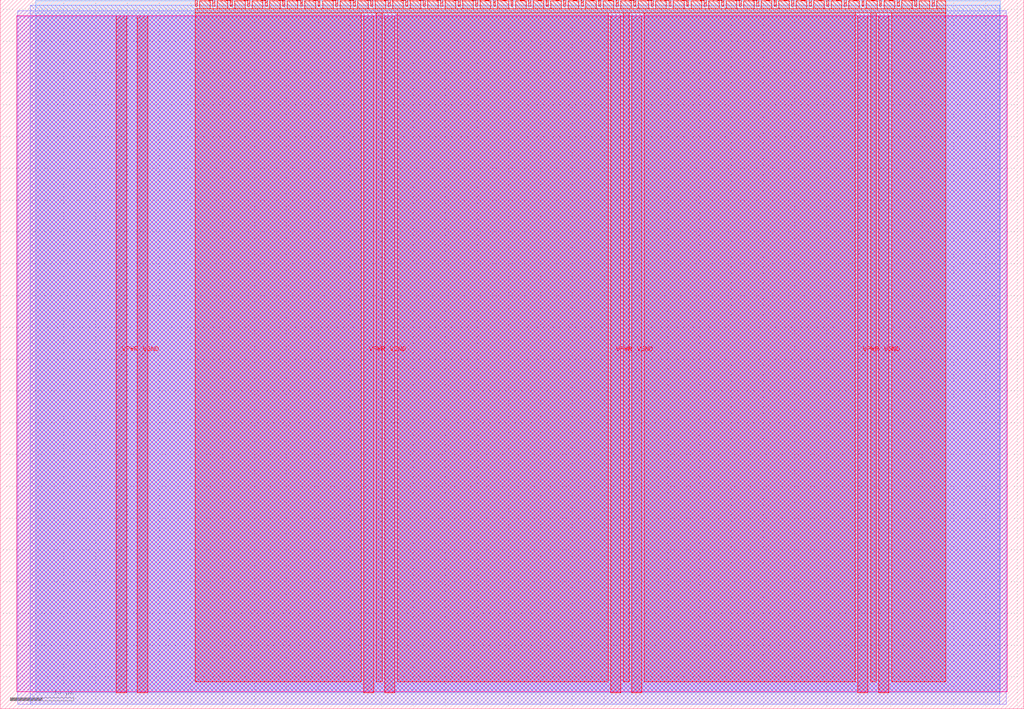
<source format=lef>
VERSION 5.7 ;
  NOWIREEXTENSIONATPIN ON ;
  DIVIDERCHAR "/" ;
  BUSBITCHARS "[]" ;
MACRO tt_um_toivoh_delta_sigma
  CLASS BLOCK ;
  FOREIGN tt_um_toivoh_delta_sigma ;
  ORIGIN 0.000 0.000 ;
  SIZE 161.000 BY 111.520 ;
  PIN VGND
    DIRECTION INOUT ;
    USE GROUND ;
    PORT
      LAYER met4 ;
        RECT 21.580 2.480 23.180 109.040 ;
    END
    PORT
      LAYER met4 ;
        RECT 60.450 2.480 62.050 109.040 ;
    END
    PORT
      LAYER met4 ;
        RECT 99.320 2.480 100.920 109.040 ;
    END
    PORT
      LAYER met4 ;
        RECT 138.190 2.480 139.790 109.040 ;
    END
  END VGND
  PIN VPWR
    DIRECTION INOUT ;
    USE POWER ;
    PORT
      LAYER met4 ;
        RECT 18.280 2.480 19.880 109.040 ;
    END
    PORT
      LAYER met4 ;
        RECT 57.150 2.480 58.750 109.040 ;
    END
    PORT
      LAYER met4 ;
        RECT 96.020 2.480 97.620 109.040 ;
    END
    PORT
      LAYER met4 ;
        RECT 134.890 2.480 136.490 109.040 ;
    END
  END VPWR
  PIN clk
    DIRECTION INPUT ;
    USE SIGNAL ;
    ANTENNAGATEAREA 0.852000 ;
    PORT
      LAYER met4 ;
        RECT 143.830 110.520 144.130 111.520 ;
    END
  END clk
  PIN ena
    DIRECTION INPUT ;
    USE SIGNAL ;
    PORT
      LAYER met4 ;
        RECT 146.590 110.520 146.890 111.520 ;
    END
  END ena
  PIN rst_n
    DIRECTION INPUT ;
    USE SIGNAL ;
    ANTENNAGATEAREA 0.196500 ;
    PORT
      LAYER met4 ;
        RECT 141.070 110.520 141.370 111.520 ;
    END
  END rst_n
  PIN ui_in[0]
    DIRECTION INPUT ;
    USE SIGNAL ;
    ANTENNAGATEAREA 0.126000 ;
    PORT
      LAYER met4 ;
        RECT 138.310 110.520 138.610 111.520 ;
    END
  END ui_in[0]
  PIN ui_in[1]
    DIRECTION INPUT ;
    USE SIGNAL ;
    ANTENNAGATEAREA 0.213000 ;
    PORT
      LAYER met4 ;
        RECT 135.550 110.520 135.850 111.520 ;
    END
  END ui_in[1]
  PIN ui_in[2]
    DIRECTION INPUT ;
    USE SIGNAL ;
    ANTENNAGATEAREA 0.213000 ;
    PORT
      LAYER met4 ;
        RECT 132.790 110.520 133.090 111.520 ;
    END
  END ui_in[2]
  PIN ui_in[3]
    DIRECTION INPUT ;
    USE SIGNAL ;
    ANTENNAGATEAREA 0.126000 ;
    PORT
      LAYER met4 ;
        RECT 130.030 110.520 130.330 111.520 ;
    END
  END ui_in[3]
  PIN ui_in[4]
    DIRECTION INPUT ;
    USE SIGNAL ;
    ANTENNAGATEAREA 0.213000 ;
    PORT
      LAYER met4 ;
        RECT 127.270 110.520 127.570 111.520 ;
    END
  END ui_in[4]
  PIN ui_in[5]
    DIRECTION INPUT ;
    USE SIGNAL ;
    ANTENNAGATEAREA 0.196500 ;
    PORT
      LAYER met4 ;
        RECT 124.510 110.520 124.810 111.520 ;
    END
  END ui_in[5]
  PIN ui_in[6]
    DIRECTION INPUT ;
    USE SIGNAL ;
    ANTENNAGATEAREA 0.213000 ;
    PORT
      LAYER met4 ;
        RECT 121.750 110.520 122.050 111.520 ;
    END
  END ui_in[6]
  PIN ui_in[7]
    DIRECTION INPUT ;
    USE SIGNAL ;
    ANTENNAGATEAREA 0.213000 ;
    PORT
      LAYER met4 ;
        RECT 118.990 110.520 119.290 111.520 ;
    END
  END ui_in[7]
  PIN uio_in[0]
    DIRECTION INPUT ;
    USE SIGNAL ;
    PORT
      LAYER met4 ;
        RECT 116.230 110.520 116.530 111.520 ;
    END
  END uio_in[0]
  PIN uio_in[1]
    DIRECTION INPUT ;
    USE SIGNAL ;
    ANTENNAGATEAREA 0.196500 ;
    PORT
      LAYER met4 ;
        RECT 113.470 110.520 113.770 111.520 ;
    END
  END uio_in[1]
  PIN uio_in[2]
    DIRECTION INPUT ;
    USE SIGNAL ;
    ANTENNAGATEAREA 0.213000 ;
    PORT
      LAYER met4 ;
        RECT 110.710 110.520 111.010 111.520 ;
    END
  END uio_in[2]
  PIN uio_in[3]
    DIRECTION INPUT ;
    USE SIGNAL ;
    ANTENNAGATEAREA 0.159000 ;
    PORT
      LAYER met4 ;
        RECT 107.950 110.520 108.250 111.520 ;
    END
  END uio_in[3]
  PIN uio_in[4]
    DIRECTION INPUT ;
    USE SIGNAL ;
    ANTENNAGATEAREA 0.196500 ;
    PORT
      LAYER met4 ;
        RECT 105.190 110.520 105.490 111.520 ;
    END
  END uio_in[4]
  PIN uio_in[5]
    DIRECTION INPUT ;
    USE SIGNAL ;
    ANTENNAGATEAREA 0.213000 ;
    PORT
      LAYER met4 ;
        RECT 102.430 110.520 102.730 111.520 ;
    END
  END uio_in[5]
  PIN uio_in[6]
    DIRECTION INPUT ;
    USE SIGNAL ;
    PORT
      LAYER met4 ;
        RECT 99.670 110.520 99.970 111.520 ;
    END
  END uio_in[6]
  PIN uio_in[7]
    DIRECTION INPUT ;
    USE SIGNAL ;
    PORT
      LAYER met4 ;
        RECT 96.910 110.520 97.210 111.520 ;
    END
  END uio_in[7]
  PIN uio_oe[0]
    DIRECTION OUTPUT ;
    USE SIGNAL ;
    PORT
      LAYER met4 ;
        RECT 49.990 110.520 50.290 111.520 ;
    END
  END uio_oe[0]
  PIN uio_oe[1]
    DIRECTION OUTPUT ;
    USE SIGNAL ;
    PORT
      LAYER met4 ;
        RECT 47.230 110.520 47.530 111.520 ;
    END
  END uio_oe[1]
  PIN uio_oe[2]
    DIRECTION OUTPUT ;
    USE SIGNAL ;
    PORT
      LAYER met4 ;
        RECT 44.470 110.520 44.770 111.520 ;
    END
  END uio_oe[2]
  PIN uio_oe[3]
    DIRECTION OUTPUT ;
    USE SIGNAL ;
    PORT
      LAYER met4 ;
        RECT 41.710 110.520 42.010 111.520 ;
    END
  END uio_oe[3]
  PIN uio_oe[4]
    DIRECTION OUTPUT ;
    USE SIGNAL ;
    PORT
      LAYER met4 ;
        RECT 38.950 110.520 39.250 111.520 ;
    END
  END uio_oe[4]
  PIN uio_oe[5]
    DIRECTION OUTPUT ;
    USE SIGNAL ;
    PORT
      LAYER met4 ;
        RECT 36.190 110.520 36.490 111.520 ;
    END
  END uio_oe[5]
  PIN uio_oe[6]
    DIRECTION OUTPUT ;
    USE SIGNAL ;
    PORT
      LAYER met4 ;
        RECT 33.430 110.520 33.730 111.520 ;
    END
  END uio_oe[6]
  PIN uio_oe[7]
    DIRECTION OUTPUT ;
    USE SIGNAL ;
    PORT
      LAYER met4 ;
        RECT 30.670 110.520 30.970 111.520 ;
    END
  END uio_oe[7]
  PIN uio_out[0]
    DIRECTION OUTPUT ;
    USE SIGNAL ;
    ANTENNADIFFAREA 0.445500 ;
    PORT
      LAYER met4 ;
        RECT 72.070 110.520 72.370 111.520 ;
    END
  END uio_out[0]
  PIN uio_out[1]
    DIRECTION OUTPUT ;
    USE SIGNAL ;
    PORT
      LAYER met4 ;
        RECT 69.310 110.520 69.610 111.520 ;
    END
  END uio_out[1]
  PIN uio_out[2]
    DIRECTION OUTPUT ;
    USE SIGNAL ;
    PORT
      LAYER met4 ;
        RECT 66.550 110.520 66.850 111.520 ;
    END
  END uio_out[2]
  PIN uio_out[3]
    DIRECTION OUTPUT ;
    USE SIGNAL ;
    PORT
      LAYER met4 ;
        RECT 63.790 110.520 64.090 111.520 ;
    END
  END uio_out[3]
  PIN uio_out[4]
    DIRECTION OUTPUT ;
    USE SIGNAL ;
    PORT
      LAYER met4 ;
        RECT 61.030 110.520 61.330 111.520 ;
    END
  END uio_out[4]
  PIN uio_out[5]
    DIRECTION OUTPUT ;
    USE SIGNAL ;
    PORT
      LAYER met4 ;
        RECT 58.270 110.520 58.570 111.520 ;
    END
  END uio_out[5]
  PIN uio_out[6]
    DIRECTION OUTPUT ;
    USE SIGNAL ;
    ANTENNADIFFAREA 0.795200 ;
    PORT
      LAYER met4 ;
        RECT 55.510 110.520 55.810 111.520 ;
    END
  END uio_out[6]
  PIN uio_out[7]
    DIRECTION OUTPUT ;
    USE SIGNAL ;
    ANTENNADIFFAREA 0.445500 ;
    PORT
      LAYER met4 ;
        RECT 52.750 110.520 53.050 111.520 ;
    END
  END uio_out[7]
  PIN uo_out[0]
    DIRECTION OUTPUT ;
    USE SIGNAL ;
    ANTENNAGATEAREA 0.621000 ;
    ANTENNADIFFAREA 0.891000 ;
    PORT
      LAYER met4 ;
        RECT 94.150 110.520 94.450 111.520 ;
    END
  END uo_out[0]
  PIN uo_out[1]
    DIRECTION OUTPUT ;
    USE SIGNAL ;
    ANTENNAGATEAREA 0.621000 ;
    ANTENNADIFFAREA 0.891000 ;
    PORT
      LAYER met4 ;
        RECT 91.390 110.520 91.690 111.520 ;
    END
  END uo_out[1]
  PIN uo_out[2]
    DIRECTION OUTPUT ;
    USE SIGNAL ;
    ANTENNAGATEAREA 0.621000 ;
    ANTENNADIFFAREA 0.891000 ;
    PORT
      LAYER met4 ;
        RECT 88.630 110.520 88.930 111.520 ;
    END
  END uo_out[2]
  PIN uo_out[3]
    DIRECTION OUTPUT ;
    USE SIGNAL ;
    ANTENNAGATEAREA 0.621000 ;
    ANTENNADIFFAREA 0.891000 ;
    PORT
      LAYER met4 ;
        RECT 85.870 110.520 86.170 111.520 ;
    END
  END uo_out[3]
  PIN uo_out[4]
    DIRECTION OUTPUT ;
    USE SIGNAL ;
    ANTENNAGATEAREA 0.621000 ;
    ANTENNADIFFAREA 0.891000 ;
    PORT
      LAYER met4 ;
        RECT 83.110 110.520 83.410 111.520 ;
    END
  END uo_out[4]
  PIN uo_out[5]
    DIRECTION OUTPUT ;
    USE SIGNAL ;
    ANTENNAGATEAREA 0.621000 ;
    ANTENNADIFFAREA 0.891000 ;
    PORT
      LAYER met4 ;
        RECT 80.350 110.520 80.650 111.520 ;
    END
  END uo_out[5]
  PIN uo_out[6]
    DIRECTION OUTPUT ;
    USE SIGNAL ;
    ANTENNAGATEAREA 0.621000 ;
    ANTENNADIFFAREA 0.891000 ;
    PORT
      LAYER met4 ;
        RECT 77.590 110.520 77.890 111.520 ;
    END
  END uo_out[6]
  PIN uo_out[7]
    DIRECTION OUTPUT ;
    USE SIGNAL ;
    ANTENNAGATEAREA 0.499500 ;
    ANTENNADIFFAREA 0.891000 ;
    PORT
      LAYER met4 ;
        RECT 74.830 110.520 75.130 111.520 ;
    END
  END uo_out[7]
  OBS
      LAYER nwell ;
        RECT 2.570 2.635 158.430 108.990 ;
      LAYER li1 ;
        RECT 2.760 2.635 158.240 108.885 ;
      LAYER met1 ;
        RECT 2.760 0.720 158.240 109.780 ;
      LAYER met2 ;
        RECT 4.700 0.690 157.230 110.685 ;
      LAYER met3 ;
        RECT 5.585 2.555 157.255 111.340 ;
      LAYER met4 ;
        RECT 31.370 110.120 33.030 111.345 ;
        RECT 34.130 110.120 35.790 111.345 ;
        RECT 36.890 110.120 38.550 111.345 ;
        RECT 39.650 110.120 41.310 111.345 ;
        RECT 42.410 110.120 44.070 111.345 ;
        RECT 45.170 110.120 46.830 111.345 ;
        RECT 47.930 110.120 49.590 111.345 ;
        RECT 50.690 110.120 52.350 111.345 ;
        RECT 53.450 110.120 55.110 111.345 ;
        RECT 56.210 110.120 57.870 111.345 ;
        RECT 58.970 110.120 60.630 111.345 ;
        RECT 61.730 110.120 63.390 111.345 ;
        RECT 64.490 110.120 66.150 111.345 ;
        RECT 67.250 110.120 68.910 111.345 ;
        RECT 70.010 110.120 71.670 111.345 ;
        RECT 72.770 110.120 74.430 111.345 ;
        RECT 75.530 110.120 77.190 111.345 ;
        RECT 78.290 110.120 79.950 111.345 ;
        RECT 81.050 110.120 82.710 111.345 ;
        RECT 83.810 110.120 85.470 111.345 ;
        RECT 86.570 110.120 88.230 111.345 ;
        RECT 89.330 110.120 90.990 111.345 ;
        RECT 92.090 110.120 93.750 111.345 ;
        RECT 94.850 110.120 96.510 111.345 ;
        RECT 97.610 110.120 99.270 111.345 ;
        RECT 100.370 110.120 102.030 111.345 ;
        RECT 103.130 110.120 104.790 111.345 ;
        RECT 105.890 110.120 107.550 111.345 ;
        RECT 108.650 110.120 110.310 111.345 ;
        RECT 111.410 110.120 113.070 111.345 ;
        RECT 114.170 110.120 115.830 111.345 ;
        RECT 116.930 110.120 118.590 111.345 ;
        RECT 119.690 110.120 121.350 111.345 ;
        RECT 122.450 110.120 124.110 111.345 ;
        RECT 125.210 110.120 126.870 111.345 ;
        RECT 127.970 110.120 129.630 111.345 ;
        RECT 130.730 110.120 132.390 111.345 ;
        RECT 133.490 110.120 135.150 111.345 ;
        RECT 136.250 110.120 137.910 111.345 ;
        RECT 139.010 110.120 140.670 111.345 ;
        RECT 141.770 110.120 143.430 111.345 ;
        RECT 144.530 110.120 146.190 111.345 ;
        RECT 147.290 110.120 148.745 111.345 ;
        RECT 30.655 109.440 148.745 110.120 ;
        RECT 30.655 4.255 56.750 109.440 ;
        RECT 59.150 4.255 60.050 109.440 ;
        RECT 62.450 4.255 95.620 109.440 ;
        RECT 98.020 4.255 98.920 109.440 ;
        RECT 101.320 4.255 134.490 109.440 ;
        RECT 136.890 4.255 137.790 109.440 ;
        RECT 140.190 4.255 148.745 109.440 ;
  END
END tt_um_toivoh_delta_sigma
END LIBRARY


</source>
